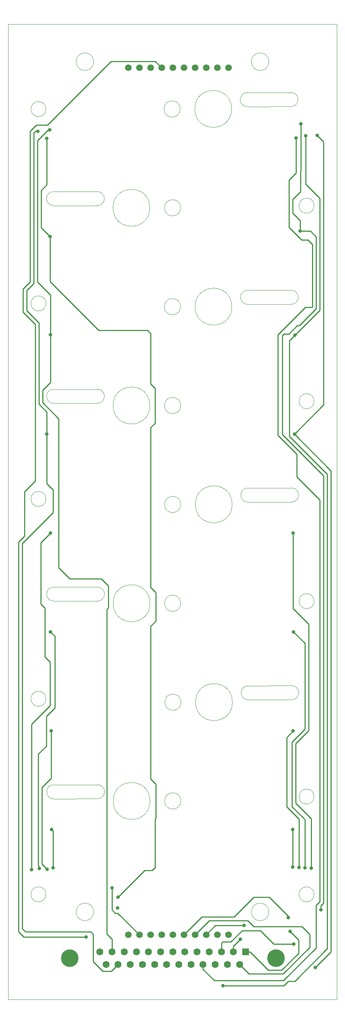
<source format=gbl>
%TF.GenerationSoftware,KiCad,Pcbnew,(2017-11-10 revision d8f4e35)-HEAD*%
%TF.CreationDate,2017-12-06T14:53:18-08:00*%
%TF.ProjectId,floor_pcb,666C6F6F725F7063622E6B696361645F,0.1*%
%TF.SameCoordinates,Original*%
%TF.FileFunction,Copper,L2,Bot,Signal*%
%TF.FilePolarity,Positive*%
%FSLAX46Y46*%
G04 Gerber Fmt 4.6, Leading zero omitted, Abs format (unit mm)*
G04 Created by KiCad (PCBNEW (2017-11-10 revision d8f4e35)-HEAD) date Wed Dec  6 14:53:18 2017*
%MOMM*%
%LPD*%
G01*
G04 APERTURE LIST*
%TA.AperFunction,NonConductor*%
%ADD10C,0.001000*%
%TD*%
%TA.AperFunction,ComponentPad*%
%ADD11C,4.000000*%
%TD*%
%TA.AperFunction,ComponentPad*%
%ADD12C,1.600000*%
%TD*%
%TA.AperFunction,ComponentPad*%
%ADD13R,1.600000X1.600000*%
%TD*%
%TA.AperFunction,ComponentPad*%
%ADD14C,1.500000*%
%TD*%
%TA.AperFunction,ViaPad*%
%ADD15C,0.800000*%
%TD*%
%TA.AperFunction,Conductor*%
%ADD16C,0.250000*%
%TD*%
G04 APERTURE END LIST*
D10*
X142115153Y-70245379D02*
G75*
G02X142108633Y-67045385I-3260J1599997D01*
G01*
X152108612Y-67025010D02*
G75*
G02X152115132Y-70225004I3260J-1599997D01*
G01*
X142057908Y-25235283D02*
X152057887Y-25214907D01*
X142051388Y-22035289D02*
X152051367Y-22014914D01*
X126762780Y-25774200D02*
G75*
G03X126762780Y-25774200I-1851780J0D01*
G01*
X138486470Y-25755190D02*
G75*
G03X138486470Y-25755190I-4200000J0D01*
G01*
X142057908Y-25235283D02*
G75*
G02X142051388Y-22035289I-3260J1599997D01*
G01*
X87500000Y-228507200D02*
X87500000Y-6507200D01*
X162500000Y-228507200D02*
X87500000Y-228507200D01*
X162500000Y-6507200D02*
X162500000Y-228507200D01*
X87500000Y-6507200D02*
X162500000Y-6507200D01*
X107891787Y-182789837D02*
X97891788Y-182794898D01*
X107890167Y-179589837D02*
X97890169Y-179594898D01*
X126891790Y-183285137D02*
G75*
G03X126891790Y-183285137I-1851780J0D01*
G01*
X119864522Y-183289976D02*
G75*
G03X119864522Y-183289976I-4200000J0D01*
G01*
X107890167Y-179589837D02*
G75*
G02X107891787Y-182789837I810J-1600000D01*
G01*
X138600959Y-115775383D02*
G75*
G03X138600959Y-115775383I-4200000J0D01*
G01*
X142172397Y-115255474D02*
G75*
G02X142165877Y-112055482I-3260J1599996D01*
G01*
X152165856Y-112035106D02*
G75*
G02X152172376Y-115235100I3260J-1599997D01*
G01*
X142115153Y-70245379D02*
X152115132Y-70225004D01*
X142108633Y-67045385D02*
X152108612Y-67025010D01*
X126820024Y-70784296D02*
G75*
G03X126820024Y-70784296I-1851780J0D01*
G01*
X138543714Y-70765287D02*
G75*
G03X138543714Y-70765287I-4200000J0D01*
G01*
X107848157Y-44572900D02*
X97848158Y-44577961D01*
X126849780Y-48268200D02*
G75*
G03X126849780Y-48268200I-1851780J0D01*
G01*
X119822512Y-48273038D02*
G75*
G03X119822512Y-48273038I-4200000J0D01*
G01*
X107848157Y-44572900D02*
G75*
G02X107849777Y-47772900I810J-1600000D01*
G01*
X97849778Y-47777961D02*
G75*
G02X97848158Y-44577961I-810J1600000D01*
G01*
X142229641Y-160265571D02*
X152229621Y-160245196D01*
X142223121Y-157065578D02*
X152223101Y-157045203D01*
X152051367Y-22014915D02*
G75*
G02X152057887Y-25214907I3260J-1599996D01*
G01*
X147000000Y-15007200D02*
G75*
G03X147000000Y-15007200I-2000000J0D01*
G01*
X107000000Y-15007200D02*
G75*
G03X107000000Y-15007200I-2000000J0D01*
G01*
X147000000Y-208542700D02*
G75*
G03X147000000Y-208542700I-2000000J0D01*
G01*
X107000000Y-208542700D02*
G75*
G03X107000000Y-208542700I-2000000J0D01*
G01*
X96114500Y-70043200D02*
G75*
G03X96114500Y-70043200I-1714500J0D01*
G01*
X96114500Y-25792200D02*
G75*
G03X96114500Y-25792200I-1714500J0D01*
G01*
X126934513Y-160804489D02*
G75*
G03X126934513Y-160804489I-1851780J0D01*
G01*
X138658203Y-160785479D02*
G75*
G03X138658203Y-160785479I-4200000J0D01*
G01*
X142229641Y-160265572D02*
G75*
G02X142223121Y-157065578I-3260J1599997D01*
G01*
X152223101Y-157045204D02*
G75*
G02X152229621Y-160245196I3260J-1599996D01*
G01*
X142172397Y-115255475D02*
X152172376Y-115235100D01*
X142165877Y-112055482D02*
X152165856Y-112035107D01*
X126877269Y-115794393D02*
G75*
G03X126877269Y-115794393I-1851780J0D01*
G01*
X157314501Y-204542700D02*
G75*
G03X157314501Y-204542700I-1714500J0D01*
G01*
X157314501Y-182292700D02*
G75*
G03X157314501Y-182292700I-1714500J0D01*
G01*
X157314501Y-137792701D02*
G75*
G03X157314501Y-137792701I-1714500J0D01*
G01*
X157314501Y-92292700D02*
G75*
G03X157314501Y-92292700I-1714500J0D01*
G01*
X157314501Y-47792701D02*
G75*
G03X157314501Y-47792701I-1714500J0D01*
G01*
X96114501Y-204542700D02*
G75*
G03X96114501Y-204542700I-1714500J0D01*
G01*
X96114501Y-160042701D02*
G75*
G03X96114501Y-160042701I-1714500J0D01*
G01*
X107863780Y-92778545D02*
X97863781Y-92783606D01*
X107862160Y-89578546D02*
X97862162Y-89583607D01*
X126863783Y-93273846D02*
G75*
G03X126863783Y-93273846I-1851780J0D01*
G01*
X119836515Y-93278684D02*
G75*
G03X119836515Y-93278684I-4200000J0D01*
G01*
X107862160Y-89578547D02*
G75*
G02X107863780Y-92778545I810J-1599999D01*
G01*
X97863782Y-92783607D02*
G75*
G02X97862162Y-89583607I-810J1600000D01*
G01*
X107849777Y-47772900D02*
X97849778Y-47777961D01*
X97891787Y-182794898D02*
G75*
G02X97890169Y-179594898I-809J1600000D01*
G01*
X107877783Y-137784191D02*
X97877785Y-137789252D01*
X107876164Y-134584192D02*
X97876165Y-134589253D01*
X126877787Y-138279492D02*
G75*
G03X126877787Y-138279492I-1851780J0D01*
G01*
X119850519Y-138284330D02*
G75*
G03X119850519Y-138284330I-4200000J0D01*
G01*
X107876165Y-134584191D02*
G75*
G02X107877783Y-137784191I809J-1600000D01*
G01*
X97877785Y-137789251D02*
G75*
G02X97876165Y-134589253I-810J1599999D01*
G01*
X96114501Y-114542700D02*
G75*
G03X96114501Y-114542700I-1714500J0D01*
G01*
D11*
%TO.P,J3,0*%
%TO.N,N/C*%
X101500000Y-219072501D03*
X148600000Y-219072501D03*
D12*
%TO.P,J3,25*%
%TO.N,/F3*%
X109815000Y-220492501D03*
%TO.P,J3,24*%
%TO.N,/F7*%
X112585000Y-220492501D03*
%TO.P,J3,23*%
%TO.N,/F11*%
X115355000Y-220492501D03*
%TO.P,J3,22*%
%TO.N,/F15*%
X118125000Y-220492501D03*
%TO.P,J3,21*%
%TO.N,Net-(J3-Pad21)*%
X120895000Y-220492501D03*
%TO.P,J3,20*%
%TO.N,Net-(J3-Pad20)*%
X123665000Y-220492501D03*
%TO.P,J3,19*%
%TO.N,Net-(J3-Pad19)*%
X126435000Y-220492501D03*
%TO.P,J3,18*%
%TO.N,Net-(J3-Pad18)*%
X129205000Y-220492501D03*
%TO.P,J3,17*%
%TO.N,/F2*%
X131975000Y-220492501D03*
%TO.P,J3,16*%
%TO.N,/F6*%
X134745000Y-220492501D03*
%TO.P,J3,15*%
%TO.N,/F10*%
X137515000Y-220492501D03*
%TO.P,J3,14*%
%TO.N,/F14*%
X140285000Y-220492501D03*
%TO.P,J3,13*%
%TO.N,/F1*%
X108430000Y-217652501D03*
%TO.P,J3,12*%
%TO.N,/F5*%
X111200000Y-217652501D03*
%TO.P,J3,11*%
%TO.N,/F9*%
X113970000Y-217652501D03*
%TO.P,J3,10*%
%TO.N,/F13*%
X116740000Y-217652501D03*
%TO.P,J3,9*%
%TO.N,Net-(J3-Pad9)*%
X119510000Y-217652501D03*
%TO.P,J3,8*%
%TO.N,Net-(J3-Pad8)*%
X122280000Y-217652501D03*
%TO.P,J3,7*%
%TO.N,/HV*%
X125050000Y-217652501D03*
%TO.P,J3,6*%
%TO.N,Net-(J3-Pad6)*%
X127820000Y-217652501D03*
%TO.P,J3,5*%
%TO.N,Net-(J3-Pad5)*%
X130590000Y-217652501D03*
%TO.P,J3,4*%
%TO.N,/F4*%
X133360000Y-217652501D03*
%TO.P,J3,3*%
%TO.N,/F8*%
X136130000Y-217652501D03*
%TO.P,J3,2*%
%TO.N,/F12*%
X138900000Y-217652501D03*
D13*
%TO.P,J3,1*%
%TO.N,/F16*%
X141670000Y-217652501D03*
%TD*%
D14*
%TO.P,J2,1*%
%TO.N,/F7*%
X114890000Y-16385800D03*
%TO.P,J2,2*%
%TO.N,/F5*%
X117430000Y-16385800D03*
%TO.P,J2,3*%
%TO.N,/F3*%
X119970000Y-16385800D03*
%TO.P,J2,4*%
%TO.N,/F1*%
X122510000Y-16385800D03*
%TO.P,J2,5*%
%TO.N,/HV*%
X125050000Y-16385800D03*
%TO.P,J2,6*%
%TO.N,/F2*%
X127590000Y-16385800D03*
%TO.P,J2,7*%
%TO.N,/F4*%
X130130000Y-16385800D03*
%TO.P,J2,8*%
%TO.N,/F6*%
X132670000Y-16385800D03*
%TO.P,J2,9*%
%TO.N,/F8*%
X135210000Y-16385800D03*
%TO.P,J2,10*%
%TO.N,Net-(J2-Pad10)*%
X137750000Y-16385800D03*
%TD*%
%TO.P,J1,10*%
%TO.N,Net-(J1-Pad10)*%
X137750000Y-213750000D03*
%TO.P,J1,9*%
%TO.N,/F10*%
X135210000Y-213750000D03*
%TO.P,J1,8*%
%TO.N,/F12*%
X132670000Y-213750000D03*
%TO.P,J1,7*%
%TO.N,/F14*%
X130130000Y-213750000D03*
%TO.P,J1,6*%
%TO.N,/F16*%
X127590000Y-213750000D03*
%TO.P,J1,5*%
%TO.N,/HV*%
X125050000Y-213750000D03*
%TO.P,J1,4*%
%TO.N,/F15*%
X122510000Y-213750000D03*
%TO.P,J1,3*%
%TO.N,/F13*%
X119970000Y-213750000D03*
%TO.P,J1,2*%
%TO.N,/F11*%
X117430000Y-213750000D03*
%TO.P,J1,1*%
%TO.N,/F9*%
X114890000Y-213750000D03*
%TD*%
D15*
%TO.N,/F8*%
X157575496Y-221225496D03*
X152645016Y-215895016D03*
X152830000Y-99780000D03*
X158030000Y-31780000D03*
%TO.N,/F6*%
X136530000Y-225305000D03*
X152930000Y-77280000D03*
X155430000Y-31880000D03*
%TO.N,/F4*%
X154130000Y-53580000D03*
X154305000Y-29180000D03*
X158869040Y-208080000D03*
%TO.N,/F2*%
X153180000Y-32380000D03*
%TO.N,/F7*%
X94230000Y-30880000D03*
X96330000Y-99780000D03*
%TO.N,/F5*%
X97130000Y-77180000D03*
X96984504Y-30534504D03*
%TO.N,/F3*%
X112530000Y-205180000D03*
X97030000Y-54780000D03*
X96330000Y-32480000D03*
%TO.N,/F1*%
X105230000Y-214205000D03*
X112430000Y-207680000D03*
%TO.N,/F9*%
X92830000Y-198880000D03*
X97130000Y-122280000D03*
%TO.N,/F11*%
X111155000Y-203080000D03*
X94580272Y-198629727D03*
X97130000Y-144780000D03*
%TO.N,/F13*%
X96404175Y-198862638D03*
X97330000Y-167380000D03*
%TO.N,/F15*%
X97430000Y-189780000D03*
X97761210Y-198518456D03*
%TO.N,/F10*%
X152530000Y-122280000D03*
X156619039Y-198604314D03*
%TO.N,/F12*%
X140511997Y-214761997D03*
X141330000Y-211655000D03*
X152630000Y-144780000D03*
X155223964Y-198486959D03*
%TO.N,/F14*%
X152530000Y-167380000D03*
X153827786Y-198383554D03*
%TO.N,/F16*%
X151830000Y-213005000D03*
X151430000Y-209880000D03*
X152430000Y-189780000D03*
X152428708Y-198332698D03*
%TD*%
D16*
%TO.N,/F8*%
X161180030Y-108130030D02*
X161180030Y-217620962D01*
X161180030Y-217620962D02*
X157575496Y-221225496D01*
X152830000Y-99780000D02*
X161180030Y-108130030D01*
X140903002Y-212780000D02*
X138303002Y-215380000D01*
X152645016Y-215895016D02*
X148145016Y-215895016D01*
X148145016Y-215895016D02*
X145030000Y-212780000D01*
X136430000Y-215380000D02*
X136130000Y-215680000D01*
X145030000Y-212780000D02*
X140903002Y-212780000D01*
X138303002Y-215380000D02*
X136430000Y-215380000D01*
X136130000Y-215680000D02*
X136130000Y-217652501D01*
X158030000Y-31780000D02*
X159480010Y-33230010D01*
X159480010Y-33230010D02*
X159480010Y-93129990D01*
X159480010Y-93129990D02*
X152830000Y-99780000D01*
%TO.N,/F6*%
X150230000Y-225305000D02*
X136530000Y-225305000D01*
X151704999Y-100320001D02*
X160330020Y-108945022D01*
X160330020Y-108945022D02*
X160330020Y-216879980D01*
X150407095Y-225305000D02*
X150230000Y-225305000D01*
X152930000Y-77280000D02*
X151704999Y-78505001D01*
X151704999Y-78505001D02*
X151704999Y-100320001D01*
X160330020Y-216879980D02*
X152930000Y-224280000D01*
X152930000Y-224280000D02*
X151432094Y-224280000D01*
X151432094Y-224280000D02*
X150407094Y-225305000D01*
X150407094Y-225305000D02*
X150230000Y-225305000D01*
X158630000Y-71580000D02*
X152930000Y-77280000D01*
X158630000Y-46080000D02*
X158630000Y-71580000D01*
X155430000Y-42880000D02*
X158630000Y-46080000D01*
X155430000Y-31880000D02*
X155430000Y-42880000D01*
%TO.N,/F4*%
X150430000Y-76980000D02*
X150030000Y-77380000D01*
X150530000Y-76880000D02*
X150430000Y-76980000D01*
X153927906Y-75080000D02*
X153464998Y-75080000D01*
X153464998Y-75080000D02*
X151564998Y-76980000D01*
X151564998Y-76980000D02*
X150430000Y-76980000D01*
X157779990Y-71227916D02*
X153927906Y-75080000D01*
X157779990Y-54880000D02*
X157779990Y-71227916D01*
X156479990Y-53580000D02*
X157779990Y-54880000D01*
X154130000Y-53580000D02*
X156479990Y-53580000D01*
X154230000Y-39980010D02*
X154230000Y-44580000D01*
X154130000Y-51180000D02*
X154130000Y-53580000D01*
X154230000Y-44580000D02*
X152430000Y-46380000D01*
X154305000Y-29180000D02*
X154305000Y-39905010D01*
X152430000Y-49480000D02*
X154130000Y-51180000D01*
X154305000Y-39905010D02*
X154230000Y-39980010D01*
X152430000Y-46380000D02*
X152430000Y-49480000D01*
X158869040Y-207143054D02*
X158869040Y-208080000D01*
X150030000Y-77380000D02*
X150030000Y-99847096D01*
X150030000Y-99847096D02*
X159480010Y-109297107D01*
X159480010Y-206532084D02*
X158869040Y-207143054D01*
X159480010Y-109297107D02*
X159480010Y-206532084D01*
%TO.N,/F2*%
X156929980Y-56579980D02*
X156929980Y-70875832D01*
X149030000Y-77680000D02*
X149030000Y-100049191D01*
X155930000Y-55580000D02*
X156929980Y-56579980D01*
X154464998Y-55580000D02*
X155930000Y-55580000D01*
X151579990Y-41980020D02*
X151579990Y-52694992D01*
X153180000Y-40380010D02*
X151579990Y-41980020D01*
X149030000Y-77480000D02*
X149030000Y-77680000D01*
X149030000Y-77177905D02*
X149030000Y-77680000D01*
X156929980Y-70875832D02*
X155332073Y-70875832D01*
X153180000Y-32380000D02*
X153180000Y-40380010D01*
X155332073Y-70875832D02*
X149030000Y-77177905D01*
X151579990Y-52694992D02*
X154464998Y-55580000D01*
X153360809Y-104380000D02*
X153360809Y-109510809D01*
X153360809Y-109510809D02*
X158630000Y-114780000D01*
X149030000Y-100049191D02*
X153360809Y-104380000D01*
X131975000Y-221623871D02*
X134531129Y-224180000D01*
X158630000Y-206180000D02*
X158630000Y-114880000D01*
X157744040Y-216765960D02*
X157744040Y-207065960D01*
X157744040Y-207065960D02*
X158630000Y-206180000D01*
X134531129Y-224180000D02*
X150330000Y-224180000D01*
X150330000Y-224180000D02*
X157744040Y-216765960D01*
X131975000Y-220492501D02*
X131975000Y-221623871D01*
%TO.N,/F7*%
X97730000Y-112480000D02*
X97730000Y-117680000D01*
X96330000Y-111080000D02*
X97730000Y-112480000D01*
X97730000Y-117680000D02*
X90730000Y-124680000D01*
X90730000Y-212380000D02*
X91430000Y-213080000D01*
X96330000Y-99780000D02*
X96330000Y-111080000D01*
X106904999Y-213654999D02*
X106904999Y-215980000D01*
X90730000Y-124680000D02*
X90730000Y-212380000D01*
X91430000Y-213080000D02*
X106330000Y-213080000D01*
X106330000Y-213080000D02*
X106904999Y-213654999D01*
X106904999Y-215854999D02*
X106904999Y-215980000D01*
X106904999Y-215980000D02*
X106904999Y-219839502D01*
X106904999Y-219839502D02*
X109082999Y-222017502D01*
X109082999Y-222017502D02*
X111059999Y-222017502D01*
X111059999Y-222017502D02*
X111785001Y-221292500D01*
X111785001Y-221292500D02*
X112585000Y-220492501D01*
X93329980Y-65482075D02*
X91730000Y-67082055D01*
X93329980Y-31214335D02*
X93329980Y-65482075D01*
X93664315Y-30880000D02*
X93329980Y-31214335D01*
X94230000Y-30880000D02*
X93664315Y-30880000D01*
X94479990Y-92932085D02*
X96330000Y-94782095D01*
X91730000Y-67082055D02*
X91730000Y-71680000D01*
X91730000Y-71680000D02*
X94479990Y-74429990D01*
X94479990Y-74429990D02*
X94479990Y-92932085D01*
X96330000Y-94782095D02*
X96330000Y-99780000D01*
%TO.N,/F5*%
X110330000Y-139380000D02*
X110030000Y-139680000D01*
X110330000Y-134280000D02*
X110330000Y-139380000D01*
X108730000Y-132680000D02*
X110330000Y-134280000D01*
X101530000Y-132680000D02*
X108730000Y-132680000D01*
X99030000Y-130180000D02*
X101530000Y-132680000D01*
X110030000Y-213580000D02*
X111200000Y-214750000D01*
X95330000Y-92580000D02*
X99030000Y-96280000D01*
X97130000Y-77180000D02*
X97130000Y-87980000D01*
X97130000Y-87980000D02*
X95330000Y-89780000D01*
X111200000Y-214750000D02*
X111200000Y-217652501D01*
X99030000Y-96280000D02*
X99030000Y-130180000D01*
X95330000Y-89780000D02*
X95330000Y-92580000D01*
X110030000Y-139680000D02*
X110030000Y-213580000D01*
X97130000Y-68080000D02*
X97130000Y-77180000D01*
X94179990Y-65129990D02*
X97130000Y-68080000D01*
X96984504Y-30534504D02*
X96610494Y-30534504D01*
X96610494Y-30534504D02*
X94179990Y-32965008D01*
X94179990Y-32965008D02*
X94179990Y-65129990D01*
%TO.N,/F3*%
X120330000Y-199080000D02*
X118630000Y-199080000D01*
X118630000Y-199080000D02*
X112530000Y-205180000D01*
X121030000Y-198380000D02*
X120330000Y-199080000D01*
X121179990Y-187230010D02*
X121030000Y-187380000D01*
X121030000Y-187380000D02*
X121030000Y-198380000D01*
X121179990Y-179429990D02*
X121179990Y-187230010D01*
X120030000Y-178280000D02*
X121179990Y-179429990D01*
X120030000Y-143480000D02*
X120030000Y-178280000D01*
X121179990Y-142330010D02*
X120030000Y-143480000D01*
X121179990Y-135829990D02*
X121179990Y-142330010D01*
X120030000Y-134680000D02*
X121179990Y-135829990D01*
X120030000Y-98280000D02*
X120030000Y-134680000D01*
X121030000Y-97280000D02*
X120030000Y-98280000D01*
X121030000Y-89380000D02*
X121030000Y-97280000D01*
X120030000Y-88380000D02*
X121030000Y-89380000D01*
X120030000Y-76880000D02*
X120030000Y-88380000D01*
X119330000Y-76180000D02*
X120030000Y-76880000D01*
X108130000Y-76180000D02*
X119330000Y-76180000D01*
X97030000Y-65080000D02*
X108130000Y-76180000D01*
X97030000Y-54780000D02*
X97030000Y-65080000D01*
X95030000Y-44280000D02*
X95030000Y-52780000D01*
X95030000Y-52780000D02*
X97030000Y-54780000D01*
X96330000Y-42980000D02*
X95030000Y-44280000D01*
X96330000Y-32480000D02*
X96330000Y-42980000D01*
%TO.N,/F1*%
X89879990Y-213076484D02*
X91008506Y-214205000D01*
X91008506Y-214205000D02*
X105230000Y-214205000D01*
X91230000Y-122977906D02*
X89879990Y-124327915D01*
X89879990Y-124327915D02*
X89879990Y-213076484D01*
X91230000Y-112880000D02*
X91230000Y-122977906D01*
X93629980Y-110480020D02*
X91230000Y-112880000D01*
X93629980Y-74782075D02*
X93629980Y-110480020D01*
X90879990Y-66729970D02*
X90879990Y-72032085D01*
X90879990Y-72032085D02*
X93629980Y-74782075D01*
X92479970Y-30862250D02*
X92479970Y-65129991D01*
X92479970Y-65129991D02*
X90879990Y-66729970D01*
X96444503Y-29409503D02*
X93932717Y-29409503D01*
X93932717Y-29409503D02*
X92479970Y-30862250D01*
X122510000Y-16385800D02*
X121034999Y-14910799D01*
X121034999Y-14910799D02*
X110943207Y-14910799D01*
X110943207Y-14910799D02*
X96444503Y-29409503D01*
%TO.N,/F9*%
X93330000Y-165280000D02*
X93630000Y-164980000D01*
X93630000Y-164980000D02*
X97030000Y-161580000D01*
X92830000Y-165780000D02*
X93630000Y-164980000D01*
X92830000Y-198880000D02*
X92830000Y-165780000D01*
X94930000Y-138480000D02*
X94930000Y-124480000D01*
X94930000Y-124480000D02*
X97130000Y-122280000D01*
X95830000Y-139380000D02*
X94930000Y-138480000D01*
X95830000Y-150480000D02*
X95830000Y-139380000D01*
X97030000Y-161580000D02*
X97030000Y-151680000D01*
X97030000Y-151680000D02*
X95830000Y-150480000D01*
%TO.N,/F11*%
X111889999Y-208805001D02*
X111155000Y-208070002D01*
X111155000Y-208070002D02*
X111155000Y-203080000D01*
X112485001Y-208805001D02*
X111889999Y-208805001D01*
X117430000Y-213750000D02*
X112485001Y-208805001D01*
X94379990Y-198040548D02*
X94379990Y-172630010D01*
X94730000Y-198390558D02*
X94379990Y-198040548D01*
X94730000Y-198479999D02*
X94730000Y-198390558D01*
X94580272Y-198629727D02*
X94730000Y-198479999D01*
X98130000Y-145780000D02*
X97130000Y-144780000D01*
X94379990Y-172630010D02*
X96204999Y-170805001D01*
X96204999Y-170805001D02*
X96204999Y-164005001D01*
X96204999Y-164005001D02*
X98130000Y-162080000D01*
X98130000Y-162080000D02*
X98130000Y-145780000D01*
%TO.N,/F13*%
X96404175Y-198862638D02*
X95230000Y-197688463D01*
X95230000Y-197688463D02*
X95230000Y-180180000D01*
X95230000Y-180180000D02*
X97330000Y-178080000D01*
X97330000Y-178080000D02*
X97330000Y-167380000D01*
%TO.N,/F15*%
X97761210Y-198518456D02*
X97761210Y-190111210D01*
X97761210Y-190111210D02*
X97430000Y-189780000D01*
%TO.N,/F10*%
X156080010Y-143030010D02*
X152530000Y-139480000D01*
X152530000Y-139480000D02*
X152530000Y-122280000D01*
X153080010Y-183780000D02*
X153080010Y-170232084D01*
X156080010Y-167232085D02*
X156080010Y-143030010D01*
X153080010Y-170232084D02*
X156080010Y-167232085D01*
X156619039Y-187319029D02*
X153080010Y-183780000D01*
X156619039Y-198604314D02*
X156619039Y-187319029D01*
%TO.N,/F12*%
X140511997Y-214761997D02*
X138900000Y-216373994D01*
X138900000Y-216373994D02*
X138900000Y-217652501D01*
X132670000Y-213750000D02*
X134765000Y-211655000D01*
X134765000Y-211655000D02*
X141330000Y-211655000D01*
X155230000Y-166880000D02*
X155230000Y-147380000D01*
X155230000Y-147380000D02*
X152630000Y-144780000D01*
X152230000Y-169880000D02*
X155230000Y-166880000D01*
X154677794Y-187025700D02*
X152230000Y-184577906D01*
X152230000Y-184577906D02*
X152230000Y-169880000D01*
X155223964Y-198486959D02*
X155223964Y-187571870D01*
X155223964Y-187571870D02*
X154677794Y-187025700D01*
%TO.N,/F14*%
X130130000Y-213750000D02*
X133350001Y-210529999D01*
X133350001Y-210529999D02*
X142179999Y-210529999D01*
X142179999Y-210529999D02*
X143530000Y-211880000D01*
X143530000Y-211880000D02*
X154530000Y-211880000D01*
X141084999Y-221292500D02*
X140285000Y-220492501D01*
X154530000Y-211880000D02*
X156330000Y-213680000D01*
X156330000Y-213680000D02*
X156330000Y-216577597D01*
X156330000Y-216577597D02*
X150260086Y-222647512D01*
X150260086Y-222647512D02*
X142440011Y-222647512D01*
X142440011Y-222647512D02*
X141084999Y-221292500D01*
X151030000Y-168880000D02*
X152530000Y-167380000D01*
X151030000Y-184580000D02*
X151030000Y-168880000D01*
X153827786Y-187377786D02*
X151030000Y-184580000D01*
X153827786Y-198383554D02*
X153827786Y-187377786D01*
%TO.N,/F16*%
X149908001Y-221797502D02*
X153770017Y-217935486D01*
X146865001Y-221797502D02*
X149908001Y-221797502D01*
X142720000Y-217652501D02*
X146865001Y-221797502D01*
X141670000Y-217652501D02*
X142720000Y-217652501D01*
X153770017Y-217935486D02*
X153770017Y-214945017D01*
X153770017Y-214945017D02*
X151830000Y-213005000D01*
X147130000Y-205180000D02*
X151430000Y-209480000D01*
X151430000Y-209480000D02*
X151430000Y-209880000D01*
X143530000Y-205180000D02*
X147130000Y-205180000D01*
X139030011Y-209679989D02*
X143530000Y-205180000D01*
X127590000Y-213750000D02*
X131660011Y-209679989D01*
X131660011Y-209679989D02*
X139030011Y-209679989D01*
X152428708Y-198332698D02*
X152428708Y-189781292D01*
X152428708Y-189781292D02*
X152430000Y-189780000D01*
%TD*%
M02*

</source>
